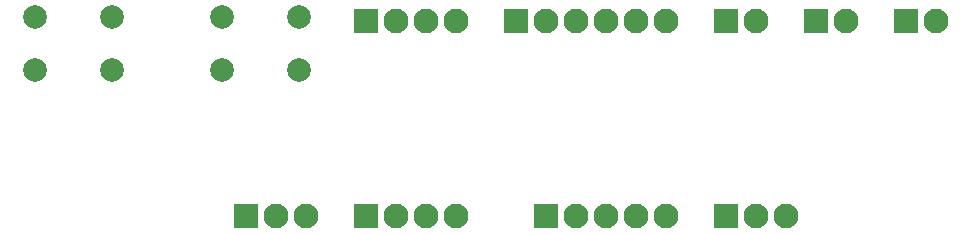
<source format=gbr>
%TF.GenerationSoftware,KiCad,Pcbnew,(6.0.2)*%
%TF.CreationDate,2022-02-21T21:29:37+01:00*%
%TF.ProjectId,tapa,74617061-2e6b-4696-9361-645f70636258,rev?*%
%TF.SameCoordinates,Original*%
%TF.FileFunction,Soldermask,Top*%
%TF.FilePolarity,Negative*%
%FSLAX46Y46*%
G04 Gerber Fmt 4.6, Leading zero omitted, Abs format (unit mm)*
G04 Created by KiCad (PCBNEW (6.0.2)) date 2022-02-21 21:29:37*
%MOMM*%
%LPD*%
G01*
G04 APERTURE LIST*
%ADD10C,2.000000*%
%ADD11R,2.100000X2.100000*%
%ADD12C,2.100000*%
G04 APERTURE END LIST*
D10*
%TO.C,SW1*%
X77545000Y-61885000D03*
X71045000Y-61885000D03*
X71045000Y-66385000D03*
X77545000Y-66385000D03*
%TD*%
D11*
%TO.C,SW3*%
X111760000Y-62230000D03*
D12*
X114300000Y-62230000D03*
X116840000Y-62230000D03*
X119380000Y-62230000D03*
X121920000Y-62230000D03*
X124460000Y-62230000D03*
%TD*%
D10*
%TO.C,SW2*%
X93420000Y-61885000D03*
X86920000Y-61885000D03*
X86920000Y-66385000D03*
X93420000Y-66385000D03*
%TD*%
D11*
%TO.C,J4*%
X129540000Y-78740000D03*
D12*
X132080000Y-78740000D03*
X134620000Y-78740000D03*
%TD*%
D11*
%TO.C,J1*%
X88900000Y-78740000D03*
D12*
X91440000Y-78740000D03*
X93980000Y-78740000D03*
%TD*%
D11*
%TO.C,SW6*%
X144780000Y-62230000D03*
D12*
X147320000Y-62230000D03*
%TD*%
D11*
%TO.C,J5*%
X99055000Y-62230000D03*
D12*
X101595000Y-62230000D03*
X104135000Y-62230000D03*
X106675000Y-62230000D03*
%TD*%
D11*
%TO.C,SW4*%
X129540000Y-62230000D03*
D12*
X132080000Y-62230000D03*
%TD*%
D11*
%TO.C,SW5*%
X137160000Y-62230000D03*
D12*
X139700000Y-62230000D03*
%TD*%
D11*
%TO.C,J3*%
X114300000Y-78740000D03*
D12*
X116840000Y-78740000D03*
X119380000Y-78740000D03*
X121920000Y-78740000D03*
X124460000Y-78740000D03*
%TD*%
D11*
%TO.C,J2*%
X99055000Y-78740000D03*
D12*
X101595000Y-78740000D03*
X104135000Y-78740000D03*
X106675000Y-78740000D03*
%TD*%
M02*

</source>
